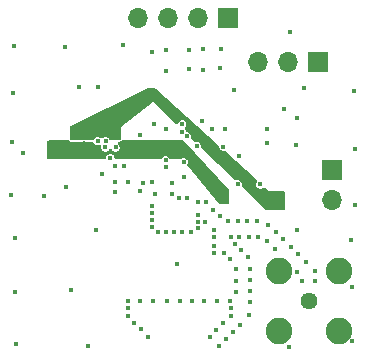
<source format=gbr>
%TF.GenerationSoftware,KiCad,Pcbnew,9.0.4*%
%TF.CreationDate,2025-08-31T12:09:40+02:00*%
%TF.ProjectId,CYW43439,43595734-3334-4333-992e-6b696361645f,rev?*%
%TF.SameCoordinates,Original*%
%TF.FileFunction,Copper,L3,Inr*%
%TF.FilePolarity,Positive*%
%FSLAX46Y46*%
G04 Gerber Fmt 4.6, Leading zero omitted, Abs format (unit mm)*
G04 Created by KiCad (PCBNEW 9.0.4) date 2025-08-31 12:09:40*
%MOMM*%
%LPD*%
G01*
G04 APERTURE LIST*
%TA.AperFunction,ComponentPad*%
%ADD10R,1.700000X1.700000*%
%TD*%
%TA.AperFunction,ComponentPad*%
%ADD11O,1.700000X1.700000*%
%TD*%
%TA.AperFunction,ComponentPad*%
%ADD12C,1.440000*%
%TD*%
%TA.AperFunction,ComponentPad*%
%ADD13C,2.250000*%
%TD*%
%TA.AperFunction,ViaPad*%
%ADD14C,0.400000*%
%TD*%
G04 APERTURE END LIST*
D10*
%TO.N,GND*%
%TO.C,J3*%
X153300000Y-96975000D03*
D11*
%TO.N,+3.3V*%
X153300000Y-99515000D03*
%TD*%
D10*
%TO.N,WL_CLK*%
%TO.C,J2*%
X144450000Y-84100000D03*
D11*
%TO.N,WL_D*%
X141910000Y-84100000D03*
%TO.N,WL_CS*%
X139370000Y-84100000D03*
%TO.N,WL_ON*%
X136830000Y-84100000D03*
%TD*%
D10*
%TO.N,WL_GPIO2*%
%TO.C,J1*%
X152125000Y-87800000D03*
D11*
%TO.N,WL_GPIO0*%
X149585000Y-87800000D03*
%TO.N,WL_GPIO1*%
X147045000Y-87800000D03*
%TD*%
D12*
%TO.N,Net-(J4-In)*%
%TO.C,J4*%
X151290000Y-108085000D03*
D13*
%TO.N,GND*%
X148750000Y-105545000D03*
X148750000Y-110625000D03*
X153830000Y-105545000D03*
X153830000Y-110625000D03*
%TD*%
D14*
%TO.N,GND*%
X147800000Y-93500000D03*
%TO.N,VIN_LDO*%
X143172867Y-98277133D03*
X132281250Y-94781250D03*
X130700000Y-95500000D03*
%TO.N,GND*%
X149675000Y-85275000D03*
%TO.N,VDDBAT*%
X131700000Y-93750000D03*
%TO.N,GND*%
X146225000Y-109250000D03*
X144700000Y-102625000D03*
X150300000Y-92550000D03*
X142350000Y-88450000D03*
X149120000Y-102820000D03*
X132575000Y-111825000D03*
X144725000Y-109300000D03*
X154925000Y-111450000D03*
X145575000Y-103725000D03*
X145150000Y-107250000D03*
X145300000Y-98150000D03*
X137250000Y-98050000D03*
X126100000Y-99075000D03*
X146125000Y-104300000D03*
X135575000Y-86400000D03*
X133475000Y-89925000D03*
X126425000Y-107275000D03*
X141900000Y-100750000D03*
X150760000Y-106375000D03*
X139700000Y-99000000D03*
X138500000Y-102200000D03*
X139900000Y-102200000D03*
X144075000Y-109925000D03*
X134925000Y-96600000D03*
X137050000Y-108025000D03*
X141000000Y-99300000D03*
X135975000Y-97970000D03*
X149770000Y-103470000D03*
X145500000Y-110050000D03*
X134100000Y-94500000D03*
X154925000Y-106900000D03*
X134925000Y-98780000D03*
X148540000Y-102210000D03*
X144700000Y-108675000D03*
X142325000Y-86700000D03*
X139240000Y-88550000D03*
X126175000Y-94600000D03*
X143690000Y-111870000D03*
X144320000Y-111230000D03*
X143275000Y-103350000D03*
X143225000Y-100350000D03*
X154875000Y-102875000D03*
X137075000Y-110450000D03*
X150275000Y-102025000D03*
X141900000Y-99650000D03*
X142900000Y-111100000D03*
X151800000Y-105500000D03*
X140368753Y-108019975D03*
X134090000Y-95050000D03*
X155175000Y-90275000D03*
X147800000Y-94650000D03*
X138000000Y-101800000D03*
X143275000Y-102000000D03*
X144075000Y-94975000D03*
X128925000Y-99175000D03*
X140175000Y-104950000D03*
X127075000Y-95500000D03*
X144675000Y-104475000D03*
X135625000Y-96600000D03*
X126425000Y-102700000D03*
X143475000Y-110500000D03*
X145000000Y-90150000D03*
X138000000Y-101200000D03*
X143525000Y-108025000D03*
X146350000Y-106300000D03*
X133275000Y-102025000D03*
X133450000Y-94500000D03*
X138000000Y-100000000D03*
X130775000Y-98400000D03*
X145425000Y-102625000D03*
X130675000Y-86500000D03*
X140300000Y-99300000D03*
X142300000Y-92800000D03*
X145075000Y-103225000D03*
X137025000Y-98775000D03*
X144250000Y-93475000D03*
X136000000Y-108675000D03*
X139200000Y-102200000D03*
X143800000Y-88300000D03*
X139230000Y-86775000D03*
X144125000Y-103975000D03*
X146350000Y-108125000D03*
X141425000Y-108025000D03*
X139200000Y-96700000D03*
X146350000Y-105350000D03*
X150875000Y-90000000D03*
X151090000Y-104760000D03*
X144675000Y-108025000D03*
X135975000Y-109350000D03*
X147750000Y-102950000D03*
X134950000Y-95050000D03*
X149200000Y-91825000D03*
X147890000Y-101580000D03*
X126350000Y-86450000D03*
X142600000Y-99675000D03*
X138025000Y-86975000D03*
X141150000Y-88425000D03*
X149625000Y-111950000D03*
X144900000Y-110650000D03*
X150340000Y-105575000D03*
X144500000Y-101275000D03*
X146350000Y-107225000D03*
X140975000Y-94100000D03*
X143275000Y-102650000D03*
X138150000Y-108025000D03*
X131850000Y-89900000D03*
X146225000Y-102625000D03*
X145150000Y-105375000D03*
X141800000Y-94900000D03*
X141150000Y-86775000D03*
X155200000Y-95200000D03*
X146050000Y-101275000D03*
X142425000Y-108025000D03*
X138000000Y-100600000D03*
X133825000Y-97300000D03*
X136475000Y-109925000D03*
X126225000Y-90475000D03*
X148425000Y-103625000D03*
X126500000Y-111700000D03*
X141300000Y-102200000D03*
X141900000Y-101900000D03*
X150250000Y-94875000D03*
X137675000Y-111075000D03*
X141900000Y-101350000D03*
X136000000Y-108025000D03*
X143750000Y-100850000D03*
X145375000Y-95800000D03*
X143150000Y-93475000D03*
X151820000Y-106375000D03*
X143900000Y-86700000D03*
X139275000Y-108025000D03*
X134925000Y-97970000D03*
X140600000Y-102200000D03*
X147000000Y-102625000D03*
X147200000Y-98175000D03*
X150430000Y-104110000D03*
X145275000Y-101275000D03*
X143275000Y-103975000D03*
X146925000Y-101250000D03*
X145150000Y-106325000D03*
X138300000Y-99000000D03*
X131175000Y-107075000D03*
X155225000Y-99950000D03*
X142550000Y-101325000D03*
%TO.N,WL_GPIO2*%
X139175000Y-96125000D03*
X140725000Y-96300000D03*
%TO.N,WL_GPIO1*%
X140600000Y-93075000D03*
X138200000Y-93091608D03*
%TO.N,WL_GPIO0*%
X139220000Y-93510000D03*
X140550000Y-93700000D03*
%TO.N,VOUT_3P3*%
X134500000Y-95925000D03*
X137025000Y-94000000D03*
X140710000Y-97590000D03*
%TO.N,VDDBAT*%
X147450000Y-99550000D03*
X137950000Y-90450000D03*
X134500000Y-94050000D03*
%TO.N,Net-(U1-BTFM_PLL_VDD)*%
X139750000Y-98075000D03*
X138000000Y-98010000D03*
%TD*%
%TA.AperFunction,Conductor*%
%TO.N,VIN_LDO*%
G36*
X131044831Y-94469685D02*
G01*
X131071503Y-94492795D01*
X131077229Y-94499403D01*
X131127237Y-94531541D01*
X131194276Y-94551226D01*
X131224000Y-94555500D01*
X131224004Y-94555500D01*
X132146945Y-94555500D01*
X132160681Y-94554599D01*
X132160686Y-94554598D01*
X132160709Y-94554597D01*
X132192801Y-94550372D01*
X132206335Y-94547680D01*
X132227970Y-94541883D01*
X132233225Y-94540475D01*
X132265318Y-94536250D01*
X132297182Y-94536250D01*
X132329274Y-94540475D01*
X132347118Y-94545256D01*
X132356161Y-94547679D01*
X132356169Y-94547681D01*
X132356178Y-94547683D01*
X132362932Y-94549026D01*
X132369699Y-94550372D01*
X132401791Y-94554597D01*
X132401810Y-94554598D01*
X132401818Y-94554599D01*
X132415555Y-94555500D01*
X133007483Y-94555500D01*
X133074522Y-94575185D01*
X133120277Y-94627989D01*
X133122047Y-94632054D01*
X133123389Y-94635295D01*
X133169526Y-94715205D01*
X133169529Y-94715209D01*
X133169531Y-94715212D01*
X133234788Y-94780469D01*
X133234791Y-94780470D01*
X133234794Y-94780473D01*
X133314706Y-94826611D01*
X133314707Y-94826611D01*
X133314712Y-94826614D01*
X133403856Y-94850500D01*
X133403858Y-94850500D01*
X133496142Y-94850500D01*
X133496144Y-94850500D01*
X133585288Y-94826614D01*
X133585289Y-94826613D01*
X133593139Y-94824510D01*
X133593901Y-94827354D01*
X133649309Y-94821385D01*
X133711795Y-94852647D01*
X133747460Y-94912728D01*
X133747095Y-94975510D01*
X133739500Y-95003856D01*
X133739500Y-95096144D01*
X133752323Y-95144002D01*
X133763387Y-95185290D01*
X133763388Y-95185293D01*
X133809526Y-95265205D01*
X133809529Y-95265209D01*
X133809531Y-95265212D01*
X133874788Y-95330469D01*
X133874791Y-95330470D01*
X133874794Y-95330473D01*
X133954706Y-95376611D01*
X133954707Y-95376611D01*
X133954712Y-95376614D01*
X134043856Y-95400500D01*
X134043858Y-95400500D01*
X134136142Y-95400500D01*
X134136144Y-95400500D01*
X134225288Y-95376614D01*
X134305212Y-95330469D01*
X134370469Y-95265212D01*
X134412614Y-95192216D01*
X134463181Y-95144002D01*
X134531788Y-95130780D01*
X134596653Y-95156748D01*
X134627385Y-95192215D01*
X134669531Y-95265212D01*
X134734788Y-95330469D01*
X134734791Y-95330470D01*
X134734794Y-95330473D01*
X134814706Y-95376611D01*
X134814707Y-95376611D01*
X134814712Y-95376614D01*
X134903856Y-95400500D01*
X134903858Y-95400500D01*
X134996142Y-95400500D01*
X134996144Y-95400500D01*
X135085288Y-95376614D01*
X135165212Y-95330469D01*
X135230469Y-95265212D01*
X135276614Y-95185288D01*
X135300500Y-95096144D01*
X135300500Y-95003856D01*
X135276614Y-94914712D01*
X135275469Y-94912728D01*
X135230473Y-94834794D01*
X135230470Y-94834791D01*
X135230469Y-94834788D01*
X135165212Y-94769531D01*
X135162862Y-94767181D01*
X135129377Y-94705858D01*
X135134361Y-94636166D01*
X135176233Y-94580233D01*
X135241697Y-94555816D01*
X135250543Y-94555500D01*
X135276000Y-94555500D01*
X135298427Y-94553089D01*
X135349938Y-94541883D01*
X135396599Y-94518526D01*
X135396600Y-94518524D01*
X135396602Y-94518524D01*
X135396603Y-94518523D01*
X135440729Y-94480288D01*
X135504284Y-94451262D01*
X135521932Y-94450000D01*
X140645452Y-94450000D01*
X140712491Y-94469685D01*
X140736859Y-94490210D01*
X144517407Y-98614444D01*
X144548197Y-98677164D01*
X144550000Y-98698234D01*
X144550000Y-99726000D01*
X144530315Y-99793039D01*
X144477511Y-99838794D01*
X144426000Y-99850000D01*
X143758870Y-99850000D01*
X143691831Y-99830315D01*
X143662787Y-99804384D01*
X141048794Y-96600135D01*
X141021669Y-96535745D01*
X141033662Y-96466912D01*
X141037491Y-96459749D01*
X141051613Y-96435289D01*
X141051614Y-96435288D01*
X141075500Y-96346144D01*
X141075500Y-96253856D01*
X141051614Y-96164712D01*
X141037469Y-96140212D01*
X141005473Y-96084794D01*
X141005470Y-96084791D01*
X141005469Y-96084788D01*
X140940212Y-96019531D01*
X140940209Y-96019529D01*
X140940205Y-96019526D01*
X140860293Y-95973388D01*
X140860290Y-95973387D01*
X140860289Y-95973386D01*
X140860288Y-95973386D01*
X140771144Y-95949500D01*
X140678856Y-95949500D01*
X140589712Y-95973386D01*
X140589711Y-95973386D01*
X140589709Y-95973387D01*
X140589706Y-95973388D01*
X140509789Y-96019529D01*
X140503475Y-96024375D01*
X140438306Y-96049570D01*
X140427988Y-96050000D01*
X139608013Y-96050000D01*
X139540974Y-96030315D01*
X139500627Y-95988001D01*
X139455472Y-95909794D01*
X139455469Y-95909788D01*
X139390212Y-95844531D01*
X139390209Y-95844529D01*
X139390205Y-95844526D01*
X139310293Y-95798388D01*
X139310290Y-95798387D01*
X139310289Y-95798386D01*
X139310288Y-95798386D01*
X139221144Y-95774500D01*
X139128856Y-95774500D01*
X139039712Y-95798386D01*
X139039711Y-95798386D01*
X139039709Y-95798387D01*
X139039706Y-95798388D01*
X138959794Y-95844526D01*
X138959785Y-95844533D01*
X138894533Y-95909785D01*
X138894527Y-95909794D01*
X138849373Y-95988001D01*
X138798806Y-96036216D01*
X138741987Y-96050000D01*
X134974500Y-96050000D01*
X134907461Y-96030315D01*
X134861706Y-95977511D01*
X134850500Y-95926000D01*
X134850500Y-95878858D01*
X134850500Y-95878856D01*
X134826614Y-95789712D01*
X134826611Y-95789706D01*
X134780473Y-95709794D01*
X134780470Y-95709791D01*
X134780469Y-95709788D01*
X134715212Y-95644531D01*
X134715209Y-95644529D01*
X134715205Y-95644526D01*
X134635293Y-95598388D01*
X134635290Y-95598387D01*
X134635289Y-95598386D01*
X134635288Y-95598386D01*
X134546144Y-95574500D01*
X134453856Y-95574500D01*
X134364712Y-95598386D01*
X134364711Y-95598386D01*
X134364709Y-95598387D01*
X134364706Y-95598388D01*
X134284794Y-95644526D01*
X134284785Y-95644533D01*
X134219533Y-95709785D01*
X134219526Y-95709794D01*
X134173388Y-95789706D01*
X134173387Y-95789709D01*
X134149500Y-95878856D01*
X134149500Y-95926000D01*
X134129815Y-95993039D01*
X134077011Y-96038794D01*
X134025500Y-96050000D01*
X129274000Y-96050000D01*
X129206961Y-96030315D01*
X129161206Y-95977511D01*
X129150000Y-95926000D01*
X129150000Y-94574000D01*
X129169685Y-94506961D01*
X129222489Y-94461206D01*
X129274000Y-94450000D01*
X130977792Y-94450000D01*
X131044831Y-94469685D01*
G37*
%TD.AperFunction*%
%TD*%
%TA.AperFunction,Conductor*%
%TO.N,VDDBAT*%
G36*
X138369025Y-90069685D02*
G01*
X138385493Y-90082334D01*
X143623200Y-94853858D01*
X143684007Y-94909252D01*
X143720309Y-94968951D01*
X143724500Y-95000918D01*
X143724500Y-95021144D01*
X143747736Y-95107864D01*
X143748387Y-95110290D01*
X143748388Y-95110293D01*
X143794526Y-95190205D01*
X143794529Y-95190209D01*
X143794531Y-95190212D01*
X143859788Y-95255469D01*
X143859791Y-95255470D01*
X143859794Y-95255473D01*
X143939706Y-95301611D01*
X143939707Y-95301611D01*
X143939712Y-95301614D01*
X144028856Y-95325500D01*
X144028858Y-95325500D01*
X144092909Y-95325500D01*
X144159948Y-95345185D01*
X144176412Y-95357831D01*
X146882856Y-97823387D01*
X146884708Y-97825074D01*
X146921010Y-97884773D01*
X146919273Y-97954621D01*
X146908588Y-97978740D01*
X146873387Y-98039708D01*
X146873387Y-98039709D01*
X146873386Y-98039711D01*
X146873386Y-98039712D01*
X146849500Y-98128856D01*
X146849500Y-98221144D01*
X146869722Y-98296614D01*
X146873387Y-98310290D01*
X146873388Y-98310293D01*
X146919526Y-98390205D01*
X146919529Y-98390209D01*
X146919531Y-98390212D01*
X146984788Y-98455469D01*
X146984791Y-98455470D01*
X146984794Y-98455473D01*
X147064706Y-98501611D01*
X147064707Y-98501611D01*
X147064712Y-98501614D01*
X147153856Y-98525500D01*
X147153858Y-98525500D01*
X147246142Y-98525500D01*
X147246144Y-98525500D01*
X147335288Y-98501614D01*
X147415212Y-98455469D01*
X147415221Y-98455459D01*
X147420552Y-98451370D01*
X147485720Y-98426171D01*
X147554166Y-98440204D01*
X147579550Y-98458072D01*
X147900000Y-98750000D01*
X149176000Y-98750000D01*
X149243039Y-98769685D01*
X149288794Y-98822489D01*
X149300000Y-98874000D01*
X149300000Y-100226000D01*
X149280315Y-100293039D01*
X149227511Y-100338794D01*
X149176000Y-100350000D01*
X147749815Y-100350000D01*
X147682776Y-100330315D01*
X147664029Y-100315536D01*
X145662925Y-98398247D01*
X145628136Y-98337654D01*
X145628935Y-98276622D01*
X145650500Y-98196144D01*
X145650500Y-98103856D01*
X145626614Y-98014712D01*
X145626611Y-98014706D01*
X145580473Y-97934794D01*
X145580470Y-97934791D01*
X145580469Y-97934788D01*
X145515212Y-97869531D01*
X145515209Y-97869529D01*
X145515205Y-97869526D01*
X145435293Y-97823388D01*
X145435290Y-97823387D01*
X145435289Y-97823386D01*
X145435288Y-97823386D01*
X145346144Y-97799500D01*
X145253856Y-97799500D01*
X145164712Y-97823386D01*
X145164711Y-97823386D01*
X145156861Y-97825490D01*
X145156235Y-97823157D01*
X145098951Y-97829306D01*
X145036477Y-97798021D01*
X145035202Y-97796816D01*
X142184972Y-95065968D01*
X142150183Y-95005375D01*
X142150852Y-94954386D01*
X142149439Y-94954200D01*
X142150500Y-94946142D01*
X142150500Y-94853858D01*
X142150500Y-94853856D01*
X142126614Y-94764712D01*
X142126611Y-94764706D01*
X142080473Y-94684794D01*
X142080470Y-94684791D01*
X142080469Y-94684788D01*
X142015212Y-94619531D01*
X142015209Y-94619529D01*
X142015205Y-94619526D01*
X141935293Y-94573388D01*
X141935290Y-94573387D01*
X141935289Y-94573386D01*
X141935288Y-94573386D01*
X141846144Y-94549500D01*
X141753856Y-94549500D01*
X141753854Y-94549500D01*
X141736963Y-94554026D01*
X141667113Y-94552361D01*
X141619088Y-94523786D01*
X141357933Y-94273569D01*
X141323145Y-94212978D01*
X141323947Y-94151936D01*
X141325500Y-94146144D01*
X141325500Y-94053856D01*
X141301614Y-93964712D01*
X141301611Y-93964706D01*
X141255473Y-93884794D01*
X141255470Y-93884791D01*
X141255469Y-93884788D01*
X141190212Y-93819531D01*
X141190209Y-93819529D01*
X141190205Y-93819526D01*
X141110293Y-93773388D01*
X141110290Y-93773387D01*
X141110289Y-93773386D01*
X141110288Y-93773386D01*
X141021144Y-93749500D01*
X141021143Y-93749500D01*
X141013084Y-93748439D01*
X141013254Y-93747144D01*
X141002399Y-93743957D01*
X140982733Y-93743358D01*
X140969562Y-93734315D01*
X140954237Y-93729815D01*
X140941354Y-93714947D01*
X140925133Y-93703810D01*
X140915673Y-93685310D01*
X140908482Y-93677011D01*
X140906965Y-93673552D01*
X140900500Y-93658172D01*
X140900500Y-93653856D01*
X140876614Y-93564712D01*
X140830469Y-93484788D01*
X140825547Y-93479866D01*
X140817962Y-93461821D01*
X140815765Y-93442350D01*
X140808702Y-93424074D01*
X140811929Y-93408345D01*
X140810130Y-93392391D01*
X140818808Y-93374824D01*
X140822747Y-93355631D01*
X140839450Y-93333042D01*
X140841077Y-93329749D01*
X140842530Y-93328876D01*
X140844590Y-93326090D01*
X140880469Y-93290212D01*
X140926614Y-93210288D01*
X140950500Y-93121144D01*
X140950500Y-93028856D01*
X140926614Y-92939712D01*
X140890058Y-92876396D01*
X140880473Y-92859794D01*
X140880470Y-92859791D01*
X140880469Y-92859788D01*
X140815212Y-92794531D01*
X140815209Y-92794529D01*
X140815205Y-92794526D01*
X140735293Y-92748388D01*
X140735290Y-92748387D01*
X140735289Y-92748386D01*
X140735288Y-92748386D01*
X140646144Y-92724500D01*
X140553856Y-92724500D01*
X140464712Y-92748386D01*
X140464711Y-92748386D01*
X140464709Y-92748387D01*
X140464706Y-92748388D01*
X140384794Y-92794526D01*
X140384785Y-92794533D01*
X140319533Y-92859785D01*
X140319526Y-92859794D01*
X140273388Y-92939706D01*
X140273386Y-92939711D01*
X140264783Y-92971816D01*
X140228417Y-93031476D01*
X140165569Y-93062004D01*
X140096194Y-93053707D01*
X140059223Y-93029256D01*
X139965761Y-92939709D01*
X139461732Y-92456790D01*
X138150000Y-91199999D01*
X138149999Y-91199999D01*
X135400000Y-93299998D01*
X135400000Y-94326000D01*
X135380315Y-94393039D01*
X135327511Y-94438794D01*
X135276000Y-94450000D01*
X134544615Y-94450000D01*
X134477576Y-94430315D01*
X134431821Y-94377511D01*
X134429892Y-94372145D01*
X134429722Y-94372216D01*
X134426614Y-94364715D01*
X134426614Y-94364712D01*
X134404618Y-94326614D01*
X134380473Y-94284794D01*
X134380470Y-94284791D01*
X134380469Y-94284788D01*
X134315212Y-94219531D01*
X134315209Y-94219529D01*
X134315205Y-94219526D01*
X134235293Y-94173388D01*
X134235290Y-94173387D01*
X134235289Y-94173386D01*
X134235288Y-94173386D01*
X134146144Y-94149500D01*
X134053856Y-94149500D01*
X133964712Y-94173386D01*
X133964711Y-94173386D01*
X133964709Y-94173387D01*
X133964706Y-94173388D01*
X133884794Y-94219526D01*
X133884788Y-94219531D01*
X133862680Y-94241639D01*
X133801356Y-94275123D01*
X133731664Y-94270137D01*
X133687320Y-94241639D01*
X133680969Y-94235288D01*
X133665212Y-94219531D01*
X133665208Y-94219529D01*
X133665205Y-94219526D01*
X133585293Y-94173388D01*
X133585290Y-94173387D01*
X133585289Y-94173386D01*
X133585288Y-94173386D01*
X133496144Y-94149500D01*
X133403856Y-94149500D01*
X133314712Y-94173386D01*
X133314711Y-94173386D01*
X133314709Y-94173387D01*
X133314706Y-94173388D01*
X133234794Y-94219526D01*
X133234785Y-94219533D01*
X133169533Y-94284785D01*
X133169526Y-94284794D01*
X133123388Y-94364706D01*
X133120278Y-94372216D01*
X133117301Y-94370983D01*
X133088803Y-94417747D01*
X133025958Y-94448281D01*
X133005385Y-94450000D01*
X132415562Y-94450000D01*
X132383470Y-94445775D01*
X132327395Y-94430750D01*
X132327394Y-94430750D01*
X132235106Y-94430750D01*
X132235104Y-94430750D01*
X132179030Y-94445775D01*
X132146938Y-94450000D01*
X131224000Y-94450000D01*
X131156961Y-94430315D01*
X131111206Y-94377511D01*
X131100000Y-94326000D01*
X131100000Y-93326903D01*
X131119685Y-93259864D01*
X131168890Y-93215822D01*
X137523960Y-90062919D01*
X137579070Y-90050000D01*
X138301986Y-90050000D01*
X138369025Y-90069685D01*
G37*
%TD.AperFunction*%
%TD*%
M02*

</source>
